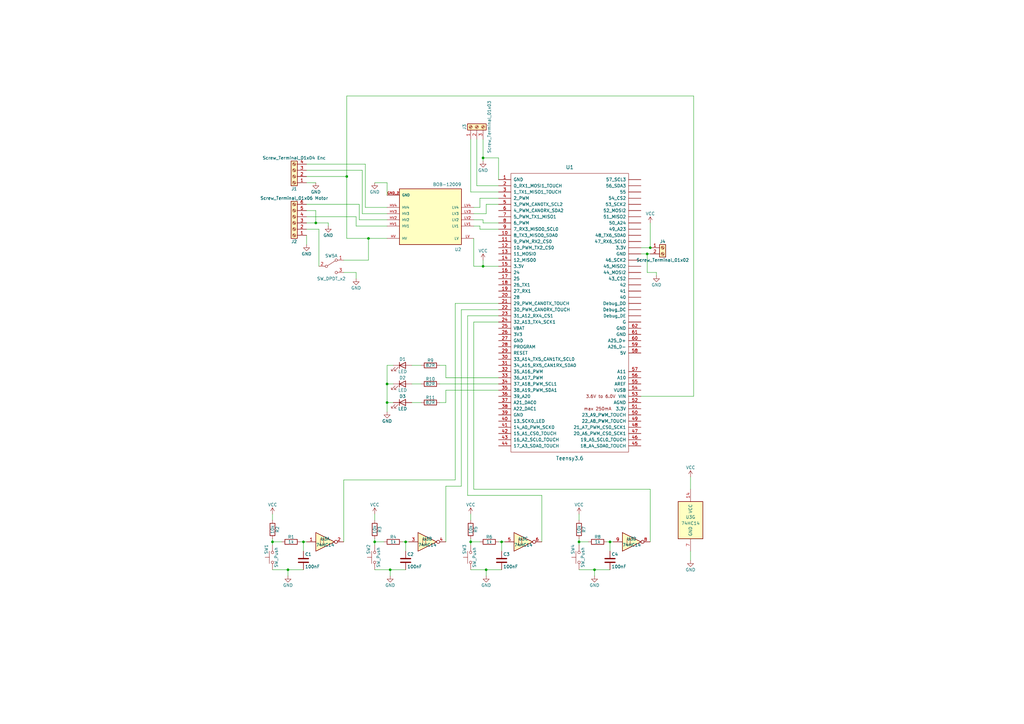
<source format=kicad_sch>
(kicad_sch (version 20230121) (generator eeschema)
  (paper "A3")
  (title_block (title "Pendulum Receiver Controller") (date "2023-10-06") (rev "1.0") (company "University of Stuttgart") (comment 4 "Author: David Augustat"))
  (lib_symbols
    (symbol "74xx:74HC14" (pin_names (offset 1.016))
      (property "Reference" "U" (at 0 1.27 0))
      (property "Value" "74HC14" (at 0 -1.27 0))
      (symbol "74HC14_1_0"
        (polyline (pts (xy -3.81 3.81) (xy -3.81 -3.81) (xy 3.81 0) (xy -3.81 3.81)) (stroke (width 0.254)) (fill (type background)))
        (pin input line (at -7.62 0 0) (length 3.81) (name "~") (number "1"))
        (pin output inverted (at 7.62 0 180) (length 3.81) (name "~") (number "2"))
      )
      (symbol "74HC14_1_1"
        (polyline (pts (xy -1.905 -1.27) (xy -1.905 1.27) (xy -0.635 1.27)))
        (polyline (pts (xy -2.54 -1.27) (xy -0.635 -1.27) (xy -0.635 1.27) (xy 0 1.27)))
      )
      (symbol "74HC14_2_0"
        (polyline (pts (xy -3.81 3.81) (xy -3.81 -3.81) (xy 3.81 0) (xy -3.81 3.81)) (stroke (width 0.254)) (fill (type background)))
        (pin input line (at -7.62 0 0) (length 3.81) (name "~") (number "3"))
        (pin output inverted (at 7.62 0 180) (length 3.81) (name "~") (number "4"))
      )
      (symbol "74HC14_2_1"
        (polyline (pts (xy -1.905 -1.27) (xy -1.905 1.27) (xy -0.635 1.27)))
        (polyline (pts (xy -2.54 -1.27) (xy -0.635 -1.27) (xy -0.635 1.27) (xy 0 1.27)))
      )
      (symbol "74HC14_3_0"
        (polyline (pts (xy -3.81 3.81) (xy -3.81 -3.81) (xy 3.81 0) (xy -3.81 3.81)) (stroke (width 0.254)) (fill (type background)))
        (pin input line (at -7.62 0 0) (length 3.81) (name "~") (number "5"))
        (pin output inverted (at 7.62 0 180) (length 3.81) (name "~") (number "6"))
      )
      (symbol "74HC14_3_1"
        (polyline (pts (xy -1.905 -1.27) (xy -1.905 1.27) (xy -0.635 1.27)))
        (polyline (pts (xy -2.54 -1.27) (xy -0.635 -1.27) (xy -0.635 1.27) (xy 0 1.27)))
      )
      (symbol "74HC14_4_0"
        (polyline (pts (xy -3.81 3.81) (xy -3.81 -3.81) (xy 3.81 0) (xy -3.81 3.81)) (stroke (width 0.254)) (fill (type background)))
        (pin output inverted (at 7.62 0 180) (length 3.81) (name "~") (number "8"))
        (pin input line (at -7.62 0 0) (length 3.81) (name "~") (number "9"))
      )
      (symbol "74HC14_4_1"
        (polyline (pts (xy -1.905 -1.27) (xy -1.905 1.27) (xy -0.635 1.27)))
        (polyline (pts (xy -2.54 -1.27) (xy -0.635 -1.27) (xy -0.635 1.27) (xy 0 1.27)))
      )
      (symbol "74HC14_5_0"
        (polyline (pts (xy -3.81 3.81) (xy -3.81 -3.81) (xy 3.81 0) (xy -3.81 3.81)) (stroke (width 0.254)) (fill (type background)))
        (pin output inverted (at 7.62 0 180) (length 3.81) (name "~") (number "10"))
        (pin input line (at -7.62 0 0) (length 3.81) (name "~") (number "11"))
      )
      (symbol "74HC14_5_1"
        (polyline (pts (xy -1.905 -1.27) (xy -1.905 1.27) (xy -0.635 1.27)))
        (polyline (pts (xy -2.54 -1.27) (xy -0.635 -1.27) (xy -0.635 1.27) (xy 0 1.27)))
      )
      (symbol "74HC14_6_0"
        (polyline (pts (xy -3.81 3.81) (xy -3.81 -3.81) (xy 3.81 0) (xy -3.81 3.81)) (stroke (width 0.254)) (fill (type background)))
        (pin output inverted (at 7.62 0 180) (length 3.81) (name "~") (number "12"))
        (pin input line (at -7.62 0 0) (length 3.81) (name "~") (number "13"))
      )
      (symbol "74HC14_6_1"
        (polyline (pts (xy -1.905 -1.27) (xy -1.905 1.27) (xy -0.635 1.27)))
        (polyline (pts (xy -2.54 -1.27) (xy -0.635 -1.27) (xy -0.635 1.27) (xy 0 1.27)))
      )
      (symbol "74HC14_7_0"
        (pin power_in line (at 0 12.7 270) (length 5.08) (name "VCC") (number "14"))
        (pin power_in line (at 0 -12.7 90) (length 5.08) (name "GND") (number "7"))
      )
      (symbol "74HC14_7_1"
        (rectangle (start -5.08 7.62) (end 5.08 -7.62) (stroke (width 0.254)) (fill (type background)))
      )
    )
    (symbol "BOB-12009:BOB-12009" (pin_names (offset 1.016))
      (property "Reference" "U" (at -12.7 11.43 0))
      (property "Value" "BOB-12009" (at -12.7 -15.24 0))
      (symbol "BOB-12009_0_0"
        (rectangle (start -12.7 -12.7) (end 12.7 10.16) (stroke (width 0.254)) (fill (type background)))
        (pin power_in line (at 17.78 -10.16 180) (length 5.08) (name "GND") (number "GND_1"))
        (pin power_in line (at 17.78 -10.16 180) (length 5.08) (name "GND") (number "GND_2"))
        (pin bidirectional line (at 17.78 7.62 180) (length 5.08) (name "HV") (number "HV"))
        (pin bidirectional line (at 17.78 2.54 180) (length 5.08) (name "HV1") (number "HV1"))
        (pin bidirectional line (at 17.78 0 180) (length 5.08) (name "HV2") (number "HV2"))
        (pin bidirectional line (at 17.78 -2.54 180) (length 5.08) (name "HV3") (number "HV3"))
        (pin bidirectional line (at 17.78 -5.08 180) (length 5.08) (name "HV4") (number "HV4"))
        (pin bidirectional line (at -17.78 7.62 0) (length 5.08) (name "LV") (number "LV"))
        (pin bidirectional line (at -17.78 2.54 0) (length 5.08) (name "LV1") (number "LV1"))
        (pin bidirectional line (at -17.78 0 0) (length 5.08) (name "LV2") (number "LV2"))
        (pin bidirectional line (at -17.78 -2.54 0) (length 5.08) (name "LV3") (number "LV3"))
        (pin bidirectional line (at -17.78 -5.08 0) (length 5.08) (name "LV4") (number "LV4"))
      )
    )
    (symbol "Connector:Screw_Terminal_01x02" (pin_names (offset 1.016) hide)
      (property "Reference" "J" (at 0 2.54 0))
      (property "Value" "Screw_Terminal_01x02" (at 0 -5.08 0))
      (symbol "Screw_Terminal_01x02_1_1"
        (rectangle (start -1.27 1.27) (end 1.27 -3.81) (stroke (width 0.254)) (fill (type background)))
        (circle (center 0 -2.54) (radius 0.635) (stroke (width 0.1524)))
        (polyline (pts (xy -0.5334 -2.2098) (xy 0.3302 -3.048)) (stroke (width 0.1524)))
        (polyline (pts (xy -0.5334 0.3302) (xy 0.3302 -0.508)) (stroke (width 0.1524)))
        (polyline (pts (xy -0.3556 -2.032) (xy 0.508 -2.8702)) (stroke (width 0.1524)))
        (polyline (pts (xy -0.3556 0.508) (xy 0.508 -0.3302)) (stroke (width 0.1524)))
        (circle (center 0 0) (radius 0.635) (stroke (width 0.1524)))
        (pin passive line (at -5.08 0 0) (length 3.81) (name "Pin_1") (number "1"))
        (pin passive line (at -5.08 -2.54 0) (length 3.81) (name "Pin_2") (number "2"))
      )
    )
    (symbol "Connector:Screw_Terminal_01x03" (pin_names (offset 1.016) hide)
      (property "Reference" "J" (at 0 5.08 0))
      (property "Value" "Screw_Terminal_01x03" (at 0 -5.08 0))
      (symbol "Screw_Terminal_01x03_1_1"
        (rectangle (start -1.27 3.81) (end 1.27 -3.81) (stroke (width 0.254)) (fill (type background)))
        (circle (center 0 -2.54) (radius 0.635) (stroke (width 0.1524)))
        (polyline (pts (xy -0.5334 -2.2098) (xy 0.3302 -3.048)) (stroke (width 0.1524)))
        (polyline (pts (xy -0.5334 0.3302) (xy 0.3302 -0.508)) (stroke (width 0.1524)))
        (polyline (pts (xy -0.5334 2.8702) (xy 0.3302 2.032)) (stroke (width 0.1524)))
        (polyline (pts (xy -0.3556 -2.032) (xy 0.508 -2.8702)) (stroke (width 0.1524)))
        (polyline (pts (xy -0.3556 0.508) (xy 0.508 -0.3302)) (stroke (width 0.1524)))
        (polyline (pts (xy -0.3556 3.048) (xy 0.508 2.2098)) (stroke (width 0.1524)))
        (circle (center 0 0) (radius 0.635) (stroke (width 0.1524)))
        (circle (center 0 2.54) (radius 0.635) (stroke (width 0.1524)))
        (pin passive line (at -5.08 2.54 0) (length 3.81) (name "Pin_1") (number "1"))
        (pin passive line (at -5.08 0 0) (length 3.81) (name "Pin_2") (number "2"))
        (pin passive line (at -5.08 -2.54 0) (length 3.81) (name "Pin_3") (number "3"))
      )
    )
    (symbol "Connector:Screw_Terminal_01x04" (pin_names (offset 1.016) hide)
      (property "Reference" "J" (at 0 5.08 0))
      (property "Value" "Screw_Terminal_01x04" (at 0 -7.62 0))
      (symbol "Screw_Terminal_01x04_1_1"
        (rectangle (start -1.27 3.81) (end 1.27 -6.35) (stroke (width 0.254)) (fill (type background)))
        (circle (center 0 -5.08) (radius 0.635) (stroke (width 0.1524)))
        (circle (center 0 -2.54) (radius 0.635) (stroke (width 0.1524)))
        (polyline (pts (xy -0.5334 -4.7498) (xy 0.3302 -5.588)) (stroke (width 0.1524)))
        (polyline (pts (xy -0.5334 -2.2098) (xy 0.3302 -3.048)) (stroke (width 0.1524)))
        (polyline (pts (xy -0.5334 0.3302) (xy 0.3302 -0.508)) (stroke (width 0.1524)))
        (polyline (pts (xy -0.5334 2.8702) (xy 0.3302 2.032)) (stroke (width 0.1524)))
        (polyline (pts (xy -0.3556 -4.572) (xy 0.508 -5.4102)) (stroke (width 0.1524)))
        (polyline (pts (xy -0.3556 -2.032) (xy 0.508 -2.8702)) (stroke (width 0.1524)))
        (polyline (pts (xy -0.3556 0.508) (xy 0.508 -0.3302)) (stroke (width 0.1524)))
        (polyline (pts (xy -0.3556 3.048) (xy 0.508 2.2098)) (stroke (width 0.1524)))
        (circle (center 0 0) (radius 0.635) (stroke (width 0.1524)))
        (circle (center 0 2.54) (radius 0.635) (stroke (width 0.1524)))
        (pin passive line (at -5.08 2.54 0) (length 3.81) (name "Pin_1") (number "1"))
        (pin passive line (at -5.08 0 0) (length 3.81) (name "Pin_2") (number "2"))
        (pin passive line (at -5.08 -2.54 0) (length 3.81) (name "Pin_3") (number "3"))
        (pin passive line (at -5.08 -5.08 0) (length 3.81) (name "Pin_4") (number "4"))
      )
    )
    (symbol "Connector:Screw_Terminal_01x06" (pin_names (offset 1.016) hide)
      (property "Reference" "J" (at 0 7.62 0))
      (property "Value" "Screw_Terminal_01x06" (at 0 -10.16 0))
      (symbol "Screw_Terminal_01x06_1_1"
        (rectangle (start -1.27 6.35) (end 1.27 -8.89) (stroke (width 0.254)) (fill (type background)))
        (circle (center 0 -7.62) (radius 0.635) (stroke (width 0.1524)))
        (circle (center 0 -5.08) (radius 0.635) (stroke (width 0.1524)))
        (circle (center 0 -2.54) (radius 0.635) (stroke (width 0.1524)))
        (polyline (pts (xy -0.5334 -7.2898) (xy 0.3302 -8.128)) (stroke (width 0.1524)))
        (polyline (pts (xy -0.5334 -4.7498) (xy 0.3302 -5.588)) (stroke (width 0.1524)))
        (polyline (pts (xy -0.5334 -2.2098) (xy 0.3302 -3.048)) (stroke (width 0.1524)))
        (polyline (pts (xy -0.5334 0.3302) (xy 0.3302 -0.508)) (stroke (width 0.1524)))
        (polyline (pts (xy -0.5334 2.8702) (xy 0.3302 2.032)) (stroke (width 0.1524)))
        (polyline (pts (xy -0.5334 5.4102) (xy 0.3302 4.572)) (stroke (width 0.1524)))
        (polyline (pts (xy -0.3556 -7.112) (xy 0.508 -7.9502)) (stroke (width 0.1524)))
        (polyline (pts (xy -0.3556 -4.572) (xy 0.508 -5.4102)) (stroke (width 0.1524)))
        (polyline (pts (xy -0.3556 -2.032) (xy 0.508 -2.8702)) (stroke (width 0.1524)))
        (polyline (pts (xy -0.3556 0.508) (xy 0.508 -0.3302)) (stroke (width 0.1524)))
        (polyline (pts (xy -0.3556 3.048) (xy 0.508 2.2098)) (stroke (width 0.1524)))
        (polyline (pts (xy -0.3556 5.588) (xy 0.508 4.7498)) (stroke (width 0.1524)))
        (circle (center 0 0) (radius 0.635) (stroke (width 0.1524)))
        (circle (center 0 2.54) (radius 0.635) (stroke (width 0.1524)))
        (circle (center 0 5.08) (radius 0.635) (stroke (width 0.1524)))
        (pin passive line (at -5.08 5.08 0) (length 3.81) (name "Pin_1") (number "1"))
        (pin passive line (at -5.08 2.54 0) (length 3.81) (name "Pin_2") (number "2"))
        (pin passive line (at -5.08 0 0) (length 3.81) (name "Pin_3") (number "3"))
        (pin passive line (at -5.08 -2.54 0) (length 3.81) (name "Pin_4") (number "4"))
        (pin passive line (at -5.08 -5.08 0) (length 3.81) (name "Pin_5") (number "5"))
        (pin passive line (at -5.08 -7.62 0) (length 3.81) (name "Pin_6") (number "6"))
      )
    )
    (symbol "Device:C" (pin_numbers hide) (pin_names (offset 0.254))
      (property "Reference" "C" (at 0.635 2.54 0))
      (property "Value" "C" (at 0.635 -2.54 0))
      (symbol "C_0_1"
        (polyline (pts (xy -2.032 -0.762) (xy 2.032 -0.762)) (stroke (width 0.508)))
        (polyline (pts (xy -2.032 0.762) (xy 2.032 0.762)) (stroke (width 0.508)))
      )
      (symbol "C_1_1"
        (pin passive line (at 0 3.81 270) (length 2.794) (name "~") (number "1"))
        (pin passive line (at 0 -3.81 90) (length 2.794) (name "~") (number "2"))
      )
    )
    (symbol "Device:LED" (pin_numbers hide) (pin_names (offset 1.016) hide)
      (property "Reference" "D" (at 0 2.54 0))
      (property "Value" "LED" (at 0 -2.54 0))
      (symbol "LED_0_1"
        (polyline (pts (xy -1.27 -1.27) (xy -1.27 1.27)) (stroke (width 0.254)))
        (polyline (pts (xy -1.27 0) (xy 1.27 0)))
        (polyline (pts (xy 1.27 -1.27) (xy 1.27 1.27) (xy -1.27 0) (xy 1.27 -1.27)) (stroke (width 0.254)))
        (polyline (pts (xy -3.048 -0.762) (xy -4.572 -2.286) (xy -3.81 -2.286) (xy -4.572 -2.286) (xy -4.572 -1.524)))
        (polyline (pts (xy -1.778 -0.762) (xy -3.302 -2.286) (xy -2.54 -2.286) (xy -3.302 -2.286) (xy -3.302 -1.524)))
      )
      (symbol "LED_1_1"
        (pin passive line (at -3.81 0 0) (length 2.54) (name "K") (number "1"))
        (pin passive line (at 3.81 0 180) (length 2.54) (name "A") (number "2"))
      )
    )
    (symbol "Device:R" (pin_numbers hide) (pin_names (offset 0))
      (property "Reference" "R" (at 2.032 0 90))
      (property "Value" "R" (at 0 0 90))
      (symbol "R_0_1"
        (rectangle (start -1.016 -2.54) (end 1.016 2.54) (stroke (width 0.254)))
      )
      (symbol "R_1_1"
        (pin passive line (at 0 3.81 270) (length 1.27) (name "~") (number "1"))
        (pin passive line (at 0 -3.81 90) (length 1.27) (name "~") (number "2"))
      )
    )
    (symbol "Switch:SW_DPDT_x2" (pin_names (offset 0) hide)
      (property "Reference" "SW" (at 0 4.318 0))
      (property "Value" "SW_DPDT_x2" (at 0 -5.08 0))
      (symbol "SW_DPDT_x2_0_0"
        (circle (center -2.032 0) (radius 0.508))
        (circle (center 2.032 -2.54) (radius 0.508))
      )
      (symbol "SW_DPDT_x2_0_1"
        (polyline (pts (xy -1.524 0.254) (xy 1.651 2.286)))
        (circle (center 2.032 2.54) (radius 0.508))
      )
      (symbol "SW_DPDT_x2_1_1"
        (pin passive line (at 5.08 2.54 180) (length 2.54) (name "A") (number "1"))
        (pin passive line (at -5.08 0 0) (length 2.54) (name "B") (number "2"))
        (pin passive line (at 5.08 -2.54 180) (length 2.54) (name "C") (number "3"))
      )
      (symbol "SW_DPDT_x2_2_1"
        (pin passive line (at 5.08 2.54 180) (length 2.54) (name "A") (number "4"))
        (pin passive line (at -5.08 0 0) (length 2.54) (name "B") (number "5"))
        (pin passive line (at 5.08 -2.54 180) (length 2.54) (name "C") (number "6"))
      )
    )
    (symbol "Switch:SW_Push" (pin_numbers hide) (pin_names (offset 1.016) hide)
      (property "Reference" "SW" (at 1.27 2.54 0))
      (property "Value" "SW_Push" (at 0 -1.524 0))
      (symbol "SW_Push_0_1"
        (circle (center -2.032 0) (radius 0.508))
        (polyline (pts (xy 0 1.27) (xy 0 3.048)))
        (polyline (pts (xy 2.54 1.27) (xy -2.54 1.27)))
        (circle (center 2.032 0) (radius 0.508))
        (pin passive line (at -5.08 0 0) (length 2.54) (name "1") (number "1"))
        (pin passive line (at 5.08 0 180) (length 2.54) (name "2") (number "2"))
      )
    )
    (symbol "power:GND" (power) (pin_names (offset 0))
      (property "Value" "GND" (at 0 -3.81 0))
      (symbol "GND_0_1"
        (polyline (pts (xy 0 0) (xy 0 -1.27) (xy 1.27 -1.27) (xy 0 -2.54) (xy -1.27 -1.27) (xy 0 -1.27)))
      )
      (symbol "GND_1_1"
        (pin power_in line (at 0 0 270) (length 0) hide (name "GND") (number "1"))
      )
    )
    (symbol "power:VCC" (power) (pin_names (offset 0))
      (property "Value" "VCC" (at 0 3.81 0))
      (symbol "VCC_0_1"
        (polyline (pts (xy -0.762 1.27) (xy 0 2.54)))
        (polyline (pts (xy 0 0) (xy 0 2.54)))
        (polyline (pts (xy 0 2.54) (xy 0.762 1.27)))
      )
      (symbol "VCC_1_1"
        (pin power_in line (at 0 0 90) (length 0) hide (name "VCC") (number "1"))
      )
    )
    (symbol "teensy:Teensy3.6" (pin_names (offset 1.016))
      (property "Reference" "U" (at 0 59.69 0))
      (property "Value" "Teensy3.6" (at 0 -59.69 0))
      (symbol "Teensy3.6_0_0"
        (rectangle (start -24.13 57.15) (end 24.13 -57.15))
        (text "3.6V to 6.0V" (at 12.7 -34.29 0) (effects (font (size 1.27 1.27))))
        (text "max 250mA" (at 11.43 -39.37 0) (effects (font (size 1.27 1.27))))
      )
      (symbol "Teensy3.6_1_1"
        (pin power_in line (at -29.21 54.61 0) (length 5.08) (name "GND") (number "1"))
        (pin bidirectional line (at -29.21 31.75 0) (length 5.08) (name "8_TX3_MISO0_SDA0") (number "10"))
        (pin bidirectional line (at -29.21 29.21 0) (length 5.08) (name "9_PWM_RX2_CS0") (number "11"))
        (pin bidirectional line (at -29.21 26.67 0) (length 5.08) (name "10_PWM_TX2_CS0") (number "12"))
        (pin bidirectional line (at -29.21 24.13 0) (length 5.08) (name "11_MOSI0") (number "13"))
        (pin bidirectional line (at -29.21 21.59 0) (length 5.08) (name "12_MISO0") (number "14"))
        (pin power_in line (at -29.21 19.05 0) (length 5.08) (name "3.3V") (number "15"))
        (pin bidirectional line (at -29.21 16.51 0) (length 5.08) (name "24") (number "16"))
        (pin bidirectional line (at -29.21 13.97 0) (length 5.08) (name "25") (number "17"))
        (pin bidirectional line (at -29.21 11.43 0) (length 5.08) (name "26_TX1") (number "18"))
        (pin bidirectional line (at -29.21 8.89 0) (length 5.08) (name "27_RX1") (number "19"))
        (pin bidirectional line (at -29.21 52.07 0) (length 5.08) (name "0_RX1_MOSI1_TOUCH") (number "2"))
        (pin bidirectional line (at -29.21 6.35 0) (length 5.08) (name "28") (number "20"))
        (pin bidirectional line (at -29.21 3.81 0) (length 5.08) (name "29_PWM_CAN0TX_TOUCH") (number "21"))
        (pin bidirectional line (at -29.21 1.27 0) (length 5.08) (name "30_PWM_CAN0RX_TOUCH") (number "22"))
        (pin bidirectional line (at -29.21 -1.27 0) (length 5.08) (name "31_A12_RX4_CS1") (number "23"))
        (pin bidirectional line (at -29.21 -3.81 0) (length 5.08) (name "32_A13_TX4_SCK1") (number "24"))
        (pin power_in line (at -29.21 -6.35 0) (length 5.08) (name "VBAT") (number "25"))
        (pin power_in line (at -29.21 -8.89 0) (length 5.08) (name "3V3") (number "26"))
        (pin power_in line (at -29.21 -11.43 0) (length 5.08) (name "GND") (number "27"))
        (pin input line (at -29.21 -13.97 0) (length 5.08) (name "PROGRAM") (number "28"))
        (pin input line (at -29.21 -16.51 0) (length 5.08) (name "RESET") (number "29"))
        (pin bidirectional line (at -29.21 49.53 0) (length 5.08) (name "1_TX1_MISO1_TOUCH") (number "3"))
        (pin bidirectional line (at -29.21 -19.05 0) (length 5.08) (name "33_A14_TX5_CAN1TX_SCL0") (number "30"))
        (pin bidirectional line (at -29.21 -21.59 0) (length 5.08) (name "34_A15_RX5_CAN1RX_SDA0") (number "31"))
        (pin bidirectional line (at -29.21 -24.13 0) (length 5.08) (name "35_A16_PWM") (number "32"))
        (pin bidirectional line (at -29.21 -26.67 0) (length 5.08) (name "36_A17_PWM") (number "33"))
        (pin bidirectional line (at -29.21 -29.21 0) (length 5.08) (name "37_A18_PWM_SCL1") (number "34"))
        (pin bidirectional line (at -29.21 -31.75 0) (length 5.08) (name "38_A19_PWM_SDA1") (number "35"))
        (pin bidirectional line (at -29.21 -34.29 0) (length 5.08) (name "39_A20") (number "36"))
        (pin bidirectional line (at -29.21 -36.83 0) (length 5.08) (name "A21_DAC0") (number "37"))
        (pin bidirectional line (at -29.21 -39.37 0) (length 5.08) (name "A22_DAC1") (number "38"))
        (pin power_in line (at -29.21 -41.91 0) (length 5.08) (name "GND") (number "39"))
        (pin bidirectional line (at -29.21 46.99 0) (length 5.08) (name "2_PWM") (number "4"))
        (pin bidirectional line (at -29.21 -44.45 0) (length 5.08) (name "13_SCK0_LED") (number "40"))
        (pin bidirectional line (at -29.21 -46.99 0) (length 5.08) (name "14_A0_PWM_SCK0") (number "41"))
        (pin bidirectional line (at -29.21 -49.53 0) (length 5.08) (name "15_A1_CS0_TOUCH") (number "42"))
        (pin bidirectional line (at -29.21 -52.07 0) (length 5.08) (name "16_A2_SCL0_TOUCH") (number "43"))
        (pin bidirectional line (at -29.21 -54.61 0) (length 5.08) (name "17_A3_SDA0_TOUCH") (number "44"))
        (pin bidirectional line (at 29.21 -54.61 180) (length 5.08) (name "18_A4_SDA0_TOUCH") (number "45"))
        (pin bidirectional line (at 29.21 -52.07 180) (length 5.08) (name "19_A5_SCL0_TOUCH") (number "46"))
        (pin bidirectional line (at 29.21 -49.53 180) (length 5.08) (name "20_A6_PWM_CS0_SCK1") (number "47"))
        (pin bidirectional line (at 29.21 -46.99 180) (length 5.08) (name "21_A7_PWM_CS0_SCK1") (number "48"))
        (pin bidirectional line (at 29.21 -44.45 180) (length 5.08) (name "22_A8_PWM_TOUCH") (number "49"))
        (pin bidirectional line (at -29.21 44.45 0) (length 5.08) (name "3_PWM_CAN0TX_SCL2") (number "5"))
        (pin bidirectional line (at 29.21 -41.91 180) (length 5.08) (name "23_A9_PWM_TOUCH") (number "50"))
        (pin power_out line (at 29.21 -39.37 180) (length 5.08) (name "3.3V") (number "51"))
        (pin power_out line (at 29.21 -36.83 180) (length 5.08) (name "AGND") (number "52"))
        (pin power_in line (at 29.21 -34.29 180) (length 5.08) (name "VIN") (number "53"))
        (pin power_in line (at 29.21 -31.75 180) (length 5.08) (name "VUSB") (number "54"))
        (pin input line (at 29.21 -29.21 180) (length 5.08) (name "AREF") (number "55"))
        (pin bidirectional line (at 29.21 -26.67 180) (length 5.08) (name "A10") (number "56"))
        (pin bidirectional line (at 29.21 -24.13 180) (length 5.08) (name "A11") (number "57"))
        (pin power_in line (at 29.21 -16.51 180) (length 5.08) (name "5V") (number "58"))
        (pin bidirectional line (at 29.21 -13.97 180) (length 5.08) (name "A26_D-") (number "59"))
        (pin bidirectional line (at -29.21 41.91 0) (length 5.08) (name "4_PWM_CAN0RX_SDA2") (number "6"))
        (pin bidirectional line (at 29.21 -11.43 180) (length 5.08) (name "A25_D+") (number "60"))
        (pin power_in line (at 29.21 -8.89 180) (length 5.08) (name "GND") (number "61"))
        (pin power_in line (at 29.21 -6.35 180) (length 5.08) (name "GND") (number "62"))
        (pin bidirectional line (at -29.21 39.37 0) (length 5.08) (name "5_PWM_TX1_MISO1") (number "7"))
        (pin bidirectional line (at -29.21 36.83 0) (length 5.08) (name "6_PWM") (number "8"))
        (pin bidirectional line (at -29.21 34.29 0) (length 5.08) (name "7_RX3_MISO0_SCL0") (number "9"))
        (pin power_in line (at 29.21 26.67 180) (length 5.08) (name "3.3V") (number "~"))
        (pin bidirectional line (at 29.21 6.35 180) (length 5.08) (name "40") (number "~"))
        (pin bidirectional line (at 29.21 8.89 180) (length 5.08) (name "41") (number "~"))
        (pin bidirectional line (at 29.21 11.43 180) (length 5.08) (name "42") (number "~"))
        (pin bidirectional line (at 29.21 13.97 180) (length 5.08) (name "43_CS2") (number "~"))
        (pin bidirectional line (at 29.21 16.51 180) (length 5.08) (name "44_MOSI2") (number "~"))
        (pin bidirectional line (at 29.21 19.05 180) (length 5.08) (name "45_MISO2") (number "~"))
        (pin bidirectional line (at 29.21 21.59 180) (length 5.08) (name "46_SCK2") (number "~"))
        (pin bidirectional line (at 29.21 29.21 180) (length 5.08) (name "47_RX6_SCL0") (number "~"))
        (pin bidirectional line (at 29.21 31.75 180) (length 5.08) (name "48_TX6_SDA0") (number "~"))
        (pin bidirectional line (at 29.21 34.29 180) (length 5.08) (name "49_A23") (number "~"))
        (pin bidirectional line (at 29.21 36.83 180) (length 5.08) (name "50_A24") (number "~"))
        (pin bidirectional line (at 29.21 39.37 180) (length 5.08) (name "51_MISO2") (number "~"))
        (pin bidirectional line (at 29.21 41.91 180) (length 5.08) (name "52_MOSI2") (number "~"))
        (pin bidirectional line (at 29.21 44.45 180) (length 5.08) (name "53_SCK2") (number "~"))
        (pin bidirectional line (at 29.21 46.99 180) (length 5.08) (name "54_CS2") (number "~"))
        (pin bidirectional line (at 29.21 49.53 180) (length 5.08) (name "55") (number "~"))
        (pin bidirectional line (at 29.21 52.07 180) (length 5.08) (name "56_SDA3") (number "~"))
        (pin bidirectional line (at 29.21 54.61 180) (length 5.08) (name "57_SCL3") (number "~"))
        (pin input line (at 29.21 1.27 180) (length 5.08) (name "Debug_DC") (number "~"))
        (pin input line (at 29.21 3.81 180) (length 5.08) (name "Debug_DD") (number "~"))
        (pin input line (at 29.21 -1.27 180) (length 5.08) (name "Debug_DE") (number "~"))
        (pin power_in line (at 29.21 -3.81 180) (length 5.08) (name "G") (number "~"))
        (pin power_in line (at 29.21 24.13 180) (length 5.08) (name "GND") (number "~"))
      )
    )
  )
  (junction (at 198.12 64.77))
  (junction (at 142.24 72.39))
  (junction (at 205.74 222.25))
  (junction (at 266.7 101.6))
  (junction (at 111.76 222.25))
  (junction (at 243.84 233.68))
  (junction (at 199.39 233.68))
  (junction (at 129.54 91.44))
  (junction (at 166.37 222.25))
  (junction (at 151.13 97.79))
  (junction (at 158.75 157.48))
  (junction (at 193.04 222.25))
  (junction (at 160.02 233.68))
  (junction (at 153.67 222.25))
  (junction (at 237.49 222.25))
  (junction (at 198.12 109.22))
  (junction (at 124.46 222.25))
  (junction (at 158.75 165.1))
  (junction (at 250.19 222.25))
  (junction (at 265.43 104.14))
  (junction (at 118.11 233.68))
  (wire (pts (xy 205.74 222.25) (xy 205.74 226.06)))
  (wire (pts (xy 130.81 93.98) (xy 130.81 109.22)))
  (wire (pts (xy 262.89 101.6) (xy 266.7 101.6)))
  (wire (pts (xy 182.88 160.02) (xy 204.47 160.02)))
  (wire (pts (xy 118.11 233.68) (xy 118.11 236.22)))
  (wire (pts (xy 158.75 157.48) (xy 161.29 157.48)))
  (wire (pts (xy 160.02 233.68) (xy 166.37 233.68)))
  (wire (pts (xy 140.97 196.85) (xy 140.97 222.25)))
  (wire (pts (xy 161.29 149.86) (xy 158.75 149.86)))
  (wire (pts (xy 182.88 165.1) (xy 182.88 160.02)))
  (wire (pts (xy 111.76 210.82) (xy 111.76 213.36)))
  (wire (pts (xy 250.19 222.25) (xy 251.46 222.25)))
  (wire (pts (xy 204.47 129.54) (xy 191.77 129.54)))
  (wire (pts (xy 146.05 92.71) (xy 146.05 88.9)))
  (wire (pts (xy 125.73 72.39) (xy 142.24 72.39)))
  (wire (pts (xy 195.58 57.15) (xy 195.58 76.2)))
  (wire (pts (xy 125.73 91.44) (xy 129.54 91.44)))
  (wire (pts (xy 158.75 90.17) (xy 147.32 90.17)))
  (wire (pts (xy 204.47 64.77) (xy 198.12 64.77)))
  (wire (pts (xy 111.76 233.68) (xy 118.11 233.68)))
  (wire (pts (xy 199.39 83.82) (xy 204.47 83.82)))
  (wire (pts (xy 186.69 196.85) (xy 140.97 196.85)))
  (wire (pts (xy 160.02 233.68) (xy 160.02 236.22)))
  (wire (pts (xy 168.91 149.86) (xy 172.72 149.86)))
  (wire (pts (xy 193.04 222.25) (xy 196.85 222.25)))
  (wire (pts (xy 142.24 72.39) (xy 142.24 97.79)))
  (wire (pts (xy 199.39 233.68) (xy 205.74 233.68)))
  (wire (pts (xy 140.97 111.76) (xy 146.05 111.76)))
  (wire (pts (xy 204.47 222.25) (xy 205.74 222.25)))
  (wire (pts (xy 186.69 124.46) (xy 186.69 196.85)))
  (wire (pts (xy 168.91 157.48) (xy 172.72 157.48)))
  (wire (pts (xy 194.31 92.71) (xy 196.85 92.71)))
  (wire (pts (xy 198.12 64.77) (xy 198.12 66.04)))
  (wire (pts (xy 194.31 200.66) (xy 266.7 200.66)))
  (wire (pts (xy 182.88 154.94) (xy 204.47 154.94)))
  (wire (pts (xy 146.05 88.9) (xy 125.73 88.9)))
  (wire (pts (xy 168.91 165.1) (xy 172.72 165.1)))
  (wire (pts (xy 151.13 97.79) (xy 158.75 97.79)))
  (wire (pts (xy 196.85 81.28) (xy 204.47 81.28)))
  (wire (pts (xy 124.46 222.25) (xy 124.46 226.06)))
  (wire (pts (xy 199.39 87.63) (xy 199.39 83.82)))
  (wire (pts (xy 284.48 39.37) (xy 142.24 39.37)))
  (wire (pts (xy 266.7 91.44) (xy 266.7 101.6)))
  (wire (pts (xy 158.75 87.63) (xy 148.59 87.63)))
  (wire (pts (xy 158.75 157.48) (xy 158.75 165.1)))
  (wire (pts (xy 193.04 233.68) (xy 199.39 233.68)))
  (wire (pts (xy 198.12 109.22) (xy 204.47 109.22)))
  (wire (pts (xy 111.76 222.25) (xy 115.57 222.25)))
  (wire (pts (xy 193.04 210.82) (xy 193.04 213.36)))
  (wire (pts (xy 194.31 97.79) (xy 194.31 109.22)))
  (wire (pts (xy 237.49 233.68) (xy 243.84 233.68)))
  (wire (pts (xy 196.85 92.71) (xy 196.85 93.98)))
  (wire (pts (xy 269.24 111.76) (xy 269.24 113.03)))
  (wire (pts (xy 140.97 106.68) (xy 151.13 106.68)))
  (wire (pts (xy 194.31 90.17) (xy 198.12 90.17)))
  (wire (pts (xy 250.19 222.25) (xy 250.19 226.06)))
  (wire (pts (xy 204.47 73.66) (xy 204.47 64.77)))
  (wire (pts (xy 189.23 127) (xy 189.23 199.39)))
  (wire (pts (xy 142.24 39.37) (xy 142.24 72.39)))
  (wire (pts (xy 196.85 85.09) (xy 196.85 81.28)))
  (wire (pts (xy 148.59 87.63) (xy 148.59 69.85)))
  (wire (pts (xy 237.49 210.82) (xy 237.49 213.36)))
  (wire (pts (xy 149.86 67.31) (xy 125.73 67.31)))
  (wire (pts (xy 134.62 91.44) (xy 134.62 92.71)))
  (wire (pts (xy 191.77 129.54) (xy 191.77 203.2)))
  (wire (pts (xy 195.58 76.2) (xy 204.47 76.2)))
  (wire (pts (xy 158.75 85.09) (xy 149.86 85.09)))
  (wire (pts (xy 191.77 203.2) (xy 222.25 203.2)))
  (wire (pts (xy 153.67 220.98) (xy 153.67 222.25)))
  (wire (pts (xy 198.12 106.68) (xy 198.12 109.22)))
  (wire (pts (xy 182.88 149.86) (xy 182.88 154.94)))
  (wire (pts (xy 204.47 124.46) (xy 186.69 124.46)))
  (wire (pts (xy 222.25 203.2) (xy 222.25 222.25)))
  (wire (pts (xy 193.04 222.25) (xy 193.04 223.52)))
  (wire (pts (xy 189.23 199.39) (xy 182.88 199.39)))
  (wire (pts (xy 283.21 226.06) (xy 283.21 229.87)))
  (wire (pts (xy 151.13 106.68) (xy 151.13 97.79)))
  (wire (pts (xy 158.75 74.93) (xy 158.75 80.01)))
  (wire (pts (xy 165.1 222.25) (xy 166.37 222.25)))
  (wire (pts (xy 265.43 104.14) (xy 266.7 104.14)))
  (wire (pts (xy 194.31 87.63) (xy 199.39 87.63)))
  (wire (pts (xy 204.47 127) (xy 189.23 127)))
  (wire (pts (xy 158.75 92.71) (xy 146.05 92.71)))
  (wire (pts (xy 153.67 233.68) (xy 160.02 233.68)))
  (wire (pts (xy 237.49 222.25) (xy 241.3 222.25)))
  (wire (pts (xy 283.21 195.58) (xy 283.21 200.66)))
  (wire (pts (xy 111.76 222.25) (xy 111.76 223.52)))
  (wire (pts (xy 153.67 74.93) (xy 158.75 74.93)))
  (wire (pts (xy 193.04 57.15) (xy 193.04 78.74)))
  (wire (pts (xy 193.04 220.98) (xy 193.04 222.25)))
  (wire (pts (xy 248.92 222.25) (xy 250.19 222.25)))
  (wire (pts (xy 125.73 74.93) (xy 129.54 74.93)))
  (wire (pts (xy 180.34 149.86) (xy 182.88 149.86)))
  (wire (pts (xy 147.32 90.17) (xy 147.32 83.82)))
  (wire (pts (xy 129.54 86.36) (xy 129.54 91.44)))
  (wire (pts (xy 194.31 85.09) (xy 196.85 85.09)))
  (wire (pts (xy 180.34 157.48) (xy 204.47 157.48)))
  (wire (pts (xy 266.7 200.66) (xy 266.7 222.25)))
  (wire (pts (xy 153.67 222.25) (xy 157.48 222.25)))
  (wire (pts (xy 182.88 199.39) (xy 182.88 222.25)))
  (wire (pts (xy 265.43 104.14) (xy 265.43 111.76)))
  (wire (pts (xy 118.11 233.68) (xy 124.46 233.68)))
  (wire (pts (xy 125.73 93.98) (xy 130.81 93.98)))
  (wire (pts (xy 153.67 222.25) (xy 153.67 223.52)))
  (wire (pts (xy 111.76 220.98) (xy 111.76 222.25)))
  (wire (pts (xy 193.04 78.74) (xy 204.47 78.74)))
  (wire (pts (xy 198.12 90.17) (xy 198.12 91.44)))
  (wire (pts (xy 153.67 210.82) (xy 153.67 213.36)))
  (wire (pts (xy 149.86 85.09) (xy 149.86 67.31)))
  (wire (pts (xy 124.46 222.25) (xy 125.73 222.25)))
  (wire (pts (xy 262.89 104.14) (xy 265.43 104.14)))
  (wire (pts (xy 284.48 162.56) (xy 284.48 39.37)))
  (wire (pts (xy 166.37 222.25) (xy 166.37 226.06)))
  (wire (pts (xy 158.75 165.1) (xy 158.75 168.91)))
  (wire (pts (xy 198.12 57.15) (xy 198.12 64.77)))
  (wire (pts (xy 129.54 91.44) (xy 134.62 91.44)))
  (wire (pts (xy 243.84 233.68) (xy 243.84 236.22)))
  (wire (pts (xy 194.31 132.08) (xy 194.31 200.66)))
  (wire (pts (xy 148.59 69.85) (xy 125.73 69.85)))
  (wire (pts (xy 166.37 222.25) (xy 167.64 222.25)))
  (wire (pts (xy 265.43 111.76) (xy 269.24 111.76)))
  (wire (pts (xy 142.24 97.79) (xy 151.13 97.79)))
  (wire (pts (xy 198.12 91.44) (xy 204.47 91.44)))
  (wire (pts (xy 199.39 233.68) (xy 199.39 236.22)))
  (wire (pts (xy 180.34 165.1) (xy 182.88 165.1)))
  (wire (pts (xy 205.74 222.25) (xy 207.01 222.25)))
  (wire (pts (xy 237.49 220.98) (xy 237.49 222.25)))
  (wire (pts (xy 146.05 111.76) (xy 146.05 114.3)))
  (wire (pts (xy 147.32 83.82) (xy 125.73 83.82)))
  (wire (pts (xy 125.73 86.36) (xy 129.54 86.36)))
  (wire (pts (xy 123.19 222.25) (xy 124.46 222.25)))
  (wire (pts (xy 196.85 93.98) (xy 204.47 93.98)))
  (wire (pts (xy 243.84 233.68) (xy 250.19 233.68)))
  (wire (pts (xy 262.89 162.56) (xy 284.48 162.56)))
  (wire (pts (xy 204.47 132.08) (xy 194.31 132.08)))
  (wire (pts (xy 194.31 109.22) (xy 198.12 109.22)))
  (wire (pts (xy 125.73 96.52) (xy 125.73 100.33)))
  (wire (pts (xy 158.75 149.86) (xy 158.75 157.48)))
  (wire (pts (xy 237.49 222.25) (xy 237.49 223.52)))
  (wire (pts (xy 158.75 165.1) (xy 161.29 165.1)))
  (symbol (lib_id "power:GND") (at 160.02 236.22 0) (unit 1)
    (property "Reference" "#PWR04" (effects hide))
    (property "Value" "GND" (at 160.02 240.03 0))
  )
  (symbol (lib_id "power:VCC") (at 153.67 210.82 0) (unit 1)
    (property "Reference" "#PWR03" (effects hide))
    (property "Value" "VCC" (at 153.67 207.01 0))
  )
  (symbol (lib_id "Switch:SW_DPDT_x2") (at 135.89 109.22 0) (unit 1)
    (property "Reference" "SW5" (at 135.89 104.902 0))
    (property "Value" "SW_DPDT_x2" (at 135.89 114.3 0))
    (property "Footprint" "toggle-switch:SW_Toggle_Blue_wSlots" (effects hide))
  )
  (symbol (lib_id "74xx:74HC14") (at 133.35 222.25 0) (unit 1)
    (property "Reference" "U3" (at 133.35 220.98 0))
    (property "Value" "74HC14" (at 133.35 223.52 0))
    (property "Footprint" "Package_DIP:DIP-14_W7.62mm" (effects hide))
    (property "Datasheet" "http://www.ti.com/lit/gpn/sn74HC14" (effects hide))
  )
  (symbol (lib_id "power:GND") (at 283.21 229.87 0) (unit 1)
    (property "Reference" "#PWR020" (effects hide))
    (property "Value" "GND" (at 283.21 233.68 0))
  )
  (symbol (lib_id "Device:R") (at 153.67 217.17 0) (unit 1)
    (property "Reference" "R3" (at 155.702 217.17 90))
    (property "Value" "10k" (at 153.67 217.17 90))
    (property "Footprint" "Resistor_THT:R_Axial_DIN0207_L6.3mm_D2.5mm_P10.16mm_Horizontal" (effects hide))
  )
  (symbol (lib_id "power:VCC") (at 198.12 106.68 0) (unit 1)
    (property "Reference" "#PWR010" (effects hide))
    (property "Value" "VCC" (at 198.12 102.87 0))
  )
  (symbol (lib_id "Device:R") (at 200.66 222.25 90) (unit 1)
    (property "Reference" "R6" (at 200.66 220.218 90))
    (property "Value" "1k" (at 200.66 222.25 90))
    (property "Footprint" "Resistor_THT:R_Axial_DIN0207_L6.3mm_D2.5mm_P10.16mm_Horizontal" (effects hide))
  )
  (symbol (lib_id "BOB-12009:BOB-12009") (at 176.53 90.17 180) (unit 1)
    (property "Reference" "U2" (at 189.23 101.6 0) (effects (justify left bottom)))
    (property "Value" "BOB-12009" (at 189.23 74.93 0) (effects (justify left bottom)))
    (property "Footprint" "BOB-12009:CONV_BOB-12009" (effects hide))
    (property "MF" "SparkFun" (effects hide))
    (property "MAXIMUM_PACKAGE_HEIGHT" "N/A" (effects hide))
    (property "Package" "None" (effects hide))
    (property "Price" "None" (effects hide))
    (property "Check_prices" "https://www.snapeda.com/parts/BOB-12009/SparkFun+Electronics/view-part/?ref=eda" (effects hide))
    (property "STANDARD" "Manufacturer Recommendations" (effects hide))
    (property "PARTREV" "01" (effects hide))
    (property "SnapEDA_Link" "https://www.snapeda.com/parts/BOB-12009/SparkFun+Electronics/view-part/?ref=snap" (effects hide))
    (property "MP" "BOB-12009" (effects hide))
    (property "Purchase-URL" "https://www.snapeda.com/api/url_track_click_mouser/?unipart_id=551764&manufacturer=SparkFun&part_name=BOB-12009&search_term=None" (effects hide))
    (property "Description" "\nBSS138 Logic-Level Translator Interface Evaluation Board\n" (effects hide))
    (property "Availability" "In Stock" (effects hide))
    (property "MANUFACTURER" "SparkFun Electronics" (effects hide))
  )
  (symbol (lib_id "power:GND") (at 118.11 236.22 0) (unit 1)
    (property "Reference" "#PWR01" (effects hide))
    (property "Value" "GND" (at 118.11 240.03 0))
  )
  (symbol (lib_id "Device:LED") (at 165.1 149.86 0) (unit 1)
    (property "Reference" "D1" (at 165.1 147.32 0))
    (property "Value" "LED" (at 165.1 152.4 0))
    (property "Footprint" "LED_THT:LED_D3.0mm" (effects hide))
  )
  (symbol (lib_id "Switch:SW_Push") (at 237.49 228.6 90) (unit 1)
    (property "Reference" "SW4" (at 234.95 227.33 0) (effects (justify left)))
    (property "Value" "SW_Push" (at 239.014 228.6 0))
    (property "Footprint" "TerminalBlock:TerminalBlock_bornier-2_P5.08mm" (effects hide))
  )
  (symbol (lib_id "power:GND") (at 129.54 74.93 0) (unit 1)
    (property "Reference" "#PWR013" (effects hide))
    (property "Value" "GND" (at 129.54 78.74 0))
  )
  (symbol (lib_id "Device:C") (at 250.19 229.87 0) (unit 1)
    (property "Reference" "C4" (at 250.825 227.33 0) (effects (justify left)))
    (property "Value" "100nF" (at 250.825 232.41 0) (effects (justify left)))
    (property "Footprint" "Capacitor_THT:C_Disc_D7.5mm_W5.0mm_P10.00mm" (effects hide))
  )
  (symbol (lib_id "Device:R") (at 176.53 149.86 90) (unit 1)
    (property "Reference" "R9" (at 176.53 147.828 90))
    (property "Value" "82R" (at 176.53 149.86 90))
    (property "Footprint" "Resistor_THT:R_Axial_DIN0207_L6.3mm_D2.5mm_P10.16mm_Horizontal" (effects hide))
  )
  (symbol (lib_id "Device:R") (at 111.76 217.17 0) (unit 1)
    (property "Reference" "R2" (at 113.792 217.17 90))
    (property "Value" "10k" (at 111.76 217.17 90))
    (property "Footprint" "Resistor_THT:R_Axial_DIN0207_L6.3mm_D2.5mm_P10.16mm_Horizontal" (effects hide))
  )
  (symbol (lib_id "power:VCC") (at 193.04 210.82 0) (unit 1)
    (property "Reference" "#PWR05" (effects hide))
    (property "Value" "VCC" (at 193.04 207.01 0))
  )
  (symbol (lib_id "Device:R") (at 193.04 217.17 0) (unit 1)
    (property "Reference" "R5" (at 195.072 217.17 90))
    (property "Value" "10k" (at 193.04 217.17 90))
    (property "Footprint" "Resistor_THT:R_Axial_DIN0207_L6.3mm_D2.5mm_P10.16mm_Horizontal" (effects hide))
  )
  (symbol (lib_id "Connector:Screw_Terminal_01x03") (at 195.58 52.07 90) (unit 1)
    (property "Reference" "J3" (at 190.5 52.07 0))
    (property "Value" "Screw_Terminal_01x03" (at 200.66 52.07 0))
    (property "Footprint" "TerminalBlock:TerminalBlock_bornier-3_P5.08mm" (effects hide))
  )
  (symbol (lib_id "Switch:SW_Push") (at 153.67 228.6 90) (unit 1)
    (property "Reference" "SW2" (at 151.13 227.33 0) (effects (justify left)))
    (property "Value" "SW_Push" (at 155.194 228.6 0))
    (property "Footprint" "Button_Switch_THT:SW_PUSH_6mm_H5mm" (effects hide))
  )
  (symbol (lib_id "Connector:Screw_Terminal_01x04") (at 120.65 72.39 180) (unit 1)
    (property "Reference" "J1" (at 120.65 77.47 0))
    (property "Value" "Screw_Terminal_01x04 Enc" (at 120.65 64.77 0))
    (property "Footprint" "TerminalBlock:TerminalBlock_bornier-4_P5.08mm" (effects hide))
  )
  (symbol (lib_id "Device:R") (at 237.49 217.17 0) (unit 1)
    (property "Reference" "R7" (at 239.522 217.17 90))
    (property "Value" "10k" (at 237.49 217.17 90))
    (property "Footprint" "Resistor_THT:R_Axial_DIN0207_L6.3mm_D2.5mm_P10.16mm_Horizontal" (effects hide))
  )
  (symbol (lib_id "Device:LED") (at 165.1 157.48 0) (unit 1)
    (property "Reference" "D2" (at 165.1 154.94 0))
    (property "Value" "LED" (at 165.1 160.02 0))
    (property "Footprint" "LED_THT:LED_D3.0mm" (effects hide))
  )
  (symbol (lib_id "power:GND") (at 243.84 236.22 0) (unit 1)
    (property "Reference" "#PWR08" (effects hide))
    (property "Value" "GND" (at 243.84 240.03 0))
  )
  (symbol (lib_id "Device:LED") (at 165.1 165.1 0) (unit 1)
    (property "Reference" "D3" (at 165.1 162.56 0))
    (property "Value" "LED" (at 165.1 167.64 0))
    (property "Footprint" "LED_THT:LED_D3.0mm" (effects hide))
  )
  (symbol (lib_id "power:GND") (at 153.67 74.93 0) (unit 1)
    (property "Reference" "#PWR011" (effects hide))
    (property "Value" "GND" (at 153.67 78.74 0))
  )
  (symbol (lib_id "Device:R") (at 161.29 222.25 90) (unit 1)
    (property "Reference" "R4" (at 161.29 220.218 90))
    (property "Value" "1k" (at 161.29 222.25 90))
    (property "Footprint" "Resistor_THT:R_Axial_DIN0207_L6.3mm_D2.5mm_P10.16mm_Horizontal" (effects hide))
  )
  (symbol (lib_id "74xx:74HC14") (at 214.63 222.25 0) (unit 3)
    (property "Reference" "U3" (at 214.63 220.98 0))
    (property "Value" "74HC14" (at 214.63 223.52 0))
    (property "Footprint" "Package_DIP:DIP-14_W7.62mm" (effects hide))
    (property "Datasheet" "http://www.ti.com/lit/gpn/sn74HC14" (effects hide))
  )
  (symbol (lib_id "Switch:SW_Push") (at 193.04 228.6 90) (unit 1)
    (property "Reference" "SW3" (at 190.5 227.33 0) (effects (justify left)))
    (property "Value" "SW_Push" (at 194.564 228.6 0))
    (property "Footprint" "TerminalBlock:TerminalBlock_bornier-2_P5.08mm" (effects hide))
  )
  (symbol (lib_id "power:GND") (at 269.24 113.03 0) (unit 1)
    (property "Reference" "#PWR012" (effects hide))
    (property "Value" "GND" (at 269.24 116.84 0))
  )
  (symbol (lib_id "power:GND") (at 199.39 236.22 0) (unit 1)
    (property "Reference" "#PWR06" (effects hide))
    (property "Value" "GND" (at 199.39 240.03 0))
  )
  (symbol (lib_id "Device:R") (at 176.53 157.48 90) (unit 1)
    (property "Reference" "R10" (at 176.53 155.448 90))
    (property "Value" "82R" (at 176.53 157.48 90))
    (property "Footprint" "Resistor_THT:R_Axial_DIN0207_L6.3mm_D2.5mm_P10.16mm_Horizontal" (effects hide))
  )
  (symbol (lib_id "Device:R") (at 176.53 165.1 90) (unit 1)
    (property "Reference" "R11" (at 176.53 163.068 90))
    (property "Value" "82R" (at 176.53 165.1 90))
    (property "Footprint" "Resistor_THT:R_Axial_DIN0207_L6.3mm_D2.5mm_P10.16mm_Horizontal" (effects hide))
  )
  (symbol (lib_id "power:GND") (at 158.75 168.91 0) (unit 1)
    (property "Reference" "#PWR09" (effects hide))
    (property "Value" "GND" (at 158.75 172.72 0))
  )
  (symbol (lib_id "Connector:Screw_Terminal_01x06") (at 120.65 91.44 180) (unit 1)
    (property "Reference" "J2" (at 120.65 99.06 0))
    (property "Value" "Screw_Terminal_01x06 Motor" (at 120.65 81.28 0))
    (property "Footprint" "TerminalBlock:TerminalBlock_bornier-6_P5.08mm" (effects hide))
  )
  (symbol (lib_id "Device:R") (at 119.38 222.25 90) (unit 1)
    (property "Reference" "R1" (at 119.38 220.218 90))
    (property "Value" "1k" (at 119.38 222.25 90))
    (property "Footprint" "Resistor_THT:R_Axial_DIN0207_L6.3mm_D2.5mm_P10.16mm_Horizontal" (effects hide))
  )
  (symbol (lib_id "power:VCC") (at 111.76 210.82 0) (unit 1)
    (property "Reference" "#PWR02" (effects hide))
    (property "Value" "VCC" (at 111.76 207.01 0))
  )
  (symbol (lib_id "power:VCC") (at 283.21 195.58 0) (unit 1)
    (property "Reference" "#PWR019" (effects hide))
    (property "Value" "VCC" (at 283.21 191.77 0))
  )
  (symbol (lib_id "power:GND") (at 134.62 92.71 0) (unit 1)
    (property "Reference" "#PWR016" (effects hide))
    (property "Value" "GND" (at 134.62 96.52 0))
  )
  (symbol (lib_id "Device:R") (at 245.11 222.25 90) (unit 1)
    (property "Reference" "R8" (at 245.11 220.218 90))
    (property "Value" "1k" (at 245.11 222.25 90))
    (property "Footprint" "Resistor_THT:R_Axial_DIN0207_L6.3mm_D2.5mm_P10.16mm_Horizontal" (effects hide))
  )
  (symbol (lib_id "Switch:SW_Push") (at 111.76 228.6 90) (unit 1)
    (property "Reference" "SW1" (at 109.22 227.33 0) (effects (justify left)))
    (property "Value" "SW_Push" (at 113.284 228.6 0))
    (property "Footprint" "Button_Switch_THT:SW_PUSH_6mm_H5mm" (effects hide))
  )
  (symbol (lib_id "power:GND") (at 146.05 114.3 0) (unit 1)
    (property "Reference" "#PWR014" (effects hide))
    (property "Value" "GND" (at 146.05 118.11 0))
  )
  (symbol (lib_id "power:GND") (at 125.73 100.33 0) (unit 1)
    (property "Reference" "#PWR015" (effects hide))
    (property "Value" "GND" (at 125.73 104.14 0))
  )
  (symbol (lib_id "Device:C") (at 205.74 229.87 0) (unit 1)
    (property "Reference" "C3" (at 206.375 227.33 0) (effects (justify left)))
    (property "Value" "100nF" (at 206.375 232.41 0) (effects (justify left)))
    (property "Footprint" "Capacitor_THT:C_Disc_D7.5mm_W5.0mm_P10.00mm" (effects hide))
  )
  (symbol (lib_id "Connector:Screw_Terminal_01x02") (at 271.78 101.6 0) (unit 1)
    (property "Reference" "J4" (at 271.78 99.06 0))
    (property "Value" "Screw_Terminal_01x02" (at 271.78 106.68 0))
    (property "Footprint" "TerminalBlock:TerminalBlock_bornier-2_P5.08mm" (effects hide))
  )
  (symbol (lib_id "power:GND") (at 198.12 66.04 0) (unit 1)
    (property "Reference" "#PWR017" (effects hide))
    (property "Value" "GND" (at 198.12 69.85 0))
  )
  (symbol (lib_id "74xx:74HC14") (at 259.08 222.25 0) (unit 4)
    (property "Reference" "U3" (at 259.08 220.98 0))
    (property "Value" "74HC14" (at 259.08 223.52 0))
    (property "Footprint" "Package_DIP:DIP-14_W7.62mm" (effects hide))
    (property "Datasheet" "http://www.ti.com/lit/gpn/sn74HC14" (effects hide))
  )
  (symbol (lib_id "Device:C") (at 166.37 229.87 0) (unit 1)
    (property "Reference" "C2" (at 167.005 227.33 0) (effects (justify left)))
    (property "Value" "100nF" (at 167.005 232.41 0) (effects (justify left)))
    (property "Footprint" "Capacitor_THT:C_Disc_D7.5mm_W5.0mm_P10.00mm" (effects hide))
  )
  (symbol (lib_id "teensy:Teensy3.6") (at 233.68 128.27 0) (unit 1)
    (property "Reference" "U1" (at 233.68 68.58 0) (effects (font (size 1.524 1.524))))
    (property "Value" "Teensy3.6" (at 233.68 187.96 0) (effects (font (size 1.524 1.524))))
    (property "Footprint" "teensy.pretty-master:Teensy35_36" (effects hide))
  )
  (symbol (lib_id "74xx:74HC14") (at 283.21 213.36 0) (unit 7)
    (property "Reference" "U3" (at 283.21 212.09 0))
    (property "Value" "74HC14" (at 283.21 214.63 0))
    (property "Footprint" "Package_DIP:DIP-14_W7.62mm" (effects hide))
    (property "Datasheet" "http://www.ti.com/lit/gpn/sn74HC14" (effects hide))
  )
  (symbol (lib_id "74xx:74HC14") (at 175.26 222.25 0) (unit 2)
    (property "Reference" "U3" (at 175.26 220.98 0))
    (property "Value" "74HC14" (at 175.26 223.52 0))
    (property "Footprint" "Package_DIP:DIP-14_W7.62mm" (effects hide))
    (property "Datasheet" "http://www.ti.com/lit/gpn/sn74HC14" (effects hide))
  )
  (symbol (lib_id "power:VCC") (at 237.49 210.82 0) (unit 1)
    (property "Reference" "#PWR07" (effects hide))
    (property "Value" "VCC" (at 237.49 207.01 0))
  )
  (symbol (lib_id "Device:C") (at 124.46 229.87 0) (unit 1)
    (property "Reference" "C1" (at 125.095 227.33 0) (effects (justify left)))
    (property "Value" "100nF" (at 125.095 232.41 0) (effects (justify left)))
    (property "Footprint" "Capacitor_THT:C_Disc_D7.5mm_W5.0mm_P10.00mm" (effects hide))
  )
  (symbol (lib_id "power:VCC") (at 266.7 91.44 0) (unit 1)
    (property "Reference" "#PWR018" (effects hide))
    (property "Value" "VCC" (at 266.7 87.63 0))
  )
)
</source>
